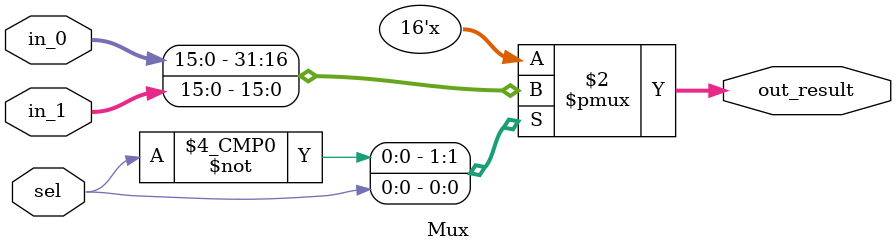
<source format=v>
/*
Design: Mux
File Name: Mux.v
Function: 2:1 Mux
Author: Spencer Halsey
*/

module Mux(

	input [15:0] in_0 , // Mux first input
	input [15:0] in_1 , // Mux second input
	input sel, // Select Bit
	output reg [15:0] out_result
);


//Code

always @ (sel or in_0 or in_1)
begin: MUX

case(sel) 
     1'b0 : out_result = in_0;
     1'b1 : out_result = in_1;
  endcase
 end
 
 endmodule
 
</source>
